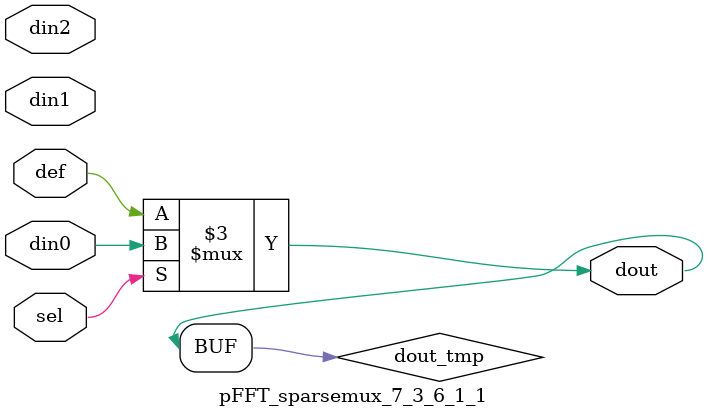
<source format=v>
`timescale 1ns / 1ps

module pFFT_sparsemux_7_3_6_1_1 (din0,din1,din2,def,sel,dout);

parameter din0_WIDTH = 1;

parameter din1_WIDTH = 1;

parameter din2_WIDTH = 1;

parameter def_WIDTH = 1;
parameter sel_WIDTH = 1;
parameter dout_WIDTH = 1;

parameter [sel_WIDTH-1:0] CASE0 = 1;

parameter [sel_WIDTH-1:0] CASE1 = 1;

parameter [sel_WIDTH-1:0] CASE2 = 1;

parameter ID = 1;
parameter NUM_STAGE = 1;



input [din0_WIDTH-1:0] din0;

input [din1_WIDTH-1:0] din1;

input [din2_WIDTH-1:0] din2;

input [def_WIDTH-1:0] def;
input [sel_WIDTH-1:0] sel;

output [dout_WIDTH-1:0] dout;



reg [dout_WIDTH-1:0] dout_tmp;


always @ (*) begin
(* parallel_case *) case (sel)
    
    CASE0 : dout_tmp = din0;
    
    CASE1 : dout_tmp = din1;
    
    CASE2 : dout_tmp = din2;
    
    default : dout_tmp = def;
endcase
end


assign dout = dout_tmp;



endmodule

</source>
